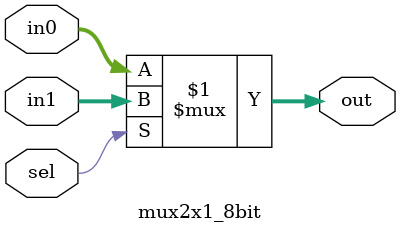
<source format=v>
module mux2x1_8bit(input [7:0] in0, in1, input sel, output [7:0] out);

    assign out = sel ? in1 : in0;
	 
endmodule

</source>
